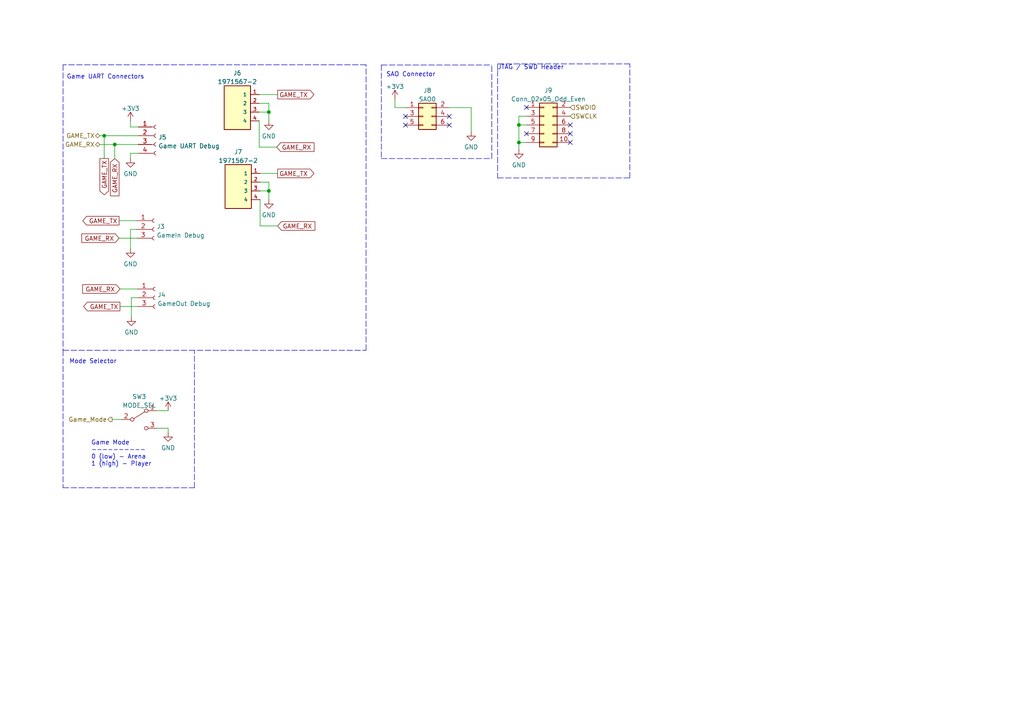
<source format=kicad_sch>
(kicad_sch (version 20211123) (generator eeschema)
  (paper "A4")
  (lib_symbols
    (symbol "Connector:Conn_01x03_Female" (pin_names (offset 1.016) hide)
      (property "Reference" "J" (at 0 5.08 0))
      (property "Value" "Conn_01x03_Female" (at 0 -5.08 0))
      (symbol "Conn_01x03_Female_1_1"
        (arc (start 0 -2.032) (mid -0.508 -2.54) (end 0 -3.048) (stroke (width 0.1524)))
        (polyline (pts (xy -1.27 -2.54) (xy -0.508 -2.54)) (stroke (width 0.1524)))
        (polyline (pts (xy -1.27 0) (xy -0.508 0)) (stroke (width 0.1524)))
        (polyline (pts (xy -1.27 2.54) (xy -0.508 2.54)) (stroke (width 0.1524)))
        (arc (start 0 0.508) (mid -0.508 0) (end 0 -0.508) (stroke (width 0.1524)))
        (arc (start 0 3.048) (mid -0.508 2.54) (end 0 2.032) (stroke (width 0.1524)))
        (pin passive line (at -5.08 2.54 0) (length 3.81) (name "Pin_1") (number "1"))
        (pin passive line (at -5.08 0 0) (length 3.81) (name "Pin_2") (number "2"))
        (pin passive line (at -5.08 -2.54 0) (length 3.81) (name "Pin_3") (number "3"))
      )
    )
    (symbol "Connector:Conn_01x04_Female" (pin_names (offset 1.016) hide)
      (property "Reference" "J" (at 0 5.08 0))
      (property "Value" "Conn_01x04_Female" (at 0 -7.62 0))
      (symbol "Conn_01x04_Female_1_1"
        (arc (start 0 -4.572) (mid -0.508 -5.08) (end 0 -5.588) (stroke (width 0.1524)))
        (arc (start 0 -2.032) (mid -0.508 -2.54) (end 0 -3.048) (stroke (width 0.1524)))
        (polyline (pts (xy -1.27 -5.08) (xy -0.508 -5.08)) (stroke (width 0.1524)))
        (polyline (pts (xy -1.27 -2.54) (xy -0.508 -2.54)) (stroke (width 0.1524)))
        (polyline (pts (xy -1.27 0) (xy -0.508 0)) (stroke (width 0.1524)))
        (polyline (pts (xy -1.27 2.54) (xy -0.508 2.54)) (stroke (width 0.1524)))
        (arc (start 0 0.508) (mid -0.508 0) (end 0 -0.508) (stroke (width 0.1524)))
        (arc (start 0 3.048) (mid -0.508 2.54) (end 0 2.032) (stroke (width 0.1524)))
        (pin passive line (at -5.08 2.54 0) (length 3.81) (name "Pin_1") (number "1"))
        (pin passive line (at -5.08 0 0) (length 3.81) (name "Pin_2") (number "2"))
        (pin passive line (at -5.08 -2.54 0) (length 3.81) (name "Pin_3") (number "3"))
        (pin passive line (at -5.08 -5.08 0) (length 3.81) (name "Pin_4") (number "4"))
      )
    )
    (symbol "Connector_Generic:Conn_02x03_Odd_Even" (pin_names (offset 1.016) hide)
      (property "Reference" "J" (at 1.27 5.08 0))
      (property "Value" "Conn_02x03_Odd_Even" (at 1.27 -5.08 0))
      (symbol "Conn_02x03_Odd_Even_1_1"
        (rectangle (start -1.27 -2.413) (end 0 -2.667) (stroke (width 0.1524)))
        (rectangle (start -1.27 0.127) (end 0 -0.127) (stroke (width 0.1524)))
        (rectangle (start -1.27 2.667) (end 0 2.413) (stroke (width 0.1524)))
        (rectangle (start -1.27 3.81) (end 3.81 -3.81) (stroke (width 0.254)) (fill (type background)))
        (rectangle (start 3.81 -2.413) (end 2.54 -2.667) (stroke (width 0.1524)))
        (rectangle (start 3.81 0.127) (end 2.54 -0.127) (stroke (width 0.1524)))
        (rectangle (start 3.81 2.667) (end 2.54 2.413) (stroke (width 0.1524)))
        (pin passive line (at -5.08 2.54 0) (length 3.81) (name "Pin_1") (number "1"))
        (pin passive line (at 7.62 2.54 180) (length 3.81) (name "Pin_2") (number "2"))
        (pin passive line (at -5.08 0 0) (length 3.81) (name "Pin_3") (number "3"))
        (pin passive line (at 7.62 0 180) (length 3.81) (name "Pin_4") (number "4"))
        (pin passive line (at -5.08 -2.54 0) (length 3.81) (name "Pin_5") (number "5"))
        (pin passive line (at 7.62 -2.54 180) (length 3.81) (name "Pin_6") (number "6"))
      )
    )
    (symbol "Connector_Generic:Conn_02x05_Odd_Even" (pin_names (offset 1.016) hide)
      (property "Reference" "J" (at 1.27 7.62 0))
      (property "Value" "Conn_02x05_Odd_Even" (at 1.27 -7.62 0))
      (symbol "Conn_02x05_Odd_Even_1_1"
        (rectangle (start -1.27 -4.953) (end 0 -5.207) (stroke (width 0.1524)))
        (rectangle (start -1.27 -2.413) (end 0 -2.667) (stroke (width 0.1524)))
        (rectangle (start -1.27 0.127) (end 0 -0.127) (stroke (width 0.1524)))
        (rectangle (start -1.27 2.667) (end 0 2.413) (stroke (width 0.1524)))
        (rectangle (start -1.27 5.207) (end 0 4.953) (stroke (width 0.1524)))
        (rectangle (start -1.27 6.35) (end 3.81 -6.35) (stroke (width 0.254)) (fill (type background)))
        (rectangle (start 3.81 -4.953) (end 2.54 -5.207) (stroke (width 0.1524)))
        (rectangle (start 3.81 -2.413) (end 2.54 -2.667) (stroke (width 0.1524)))
        (rectangle (start 3.81 0.127) (end 2.54 -0.127) (stroke (width 0.1524)))
        (rectangle (start 3.81 2.667) (end 2.54 2.413) (stroke (width 0.1524)))
        (rectangle (start 3.81 5.207) (end 2.54 4.953) (stroke (width 0.1524)))
        (pin passive line (at -5.08 5.08 0) (length 3.81) (name "Pin_1") (number "1"))
        (pin passive line (at 7.62 -5.08 180) (length 3.81) (name "Pin_10") (number "10"))
        (pin passive line (at 7.62 5.08 180) (length 3.81) (name "Pin_2") (number "2"))
        (pin passive line (at -5.08 2.54 0) (length 3.81) (name "Pin_3") (number "3"))
        (pin passive line (at 7.62 2.54 180) (length 3.81) (name "Pin_4") (number "4"))
        (pin passive line (at -5.08 0 0) (length 3.81) (name "Pin_5") (number "5"))
        (pin passive line (at 7.62 0 180) (length 3.81) (name "Pin_6") (number "6"))
        (pin passive line (at -5.08 -2.54 0) (length 3.81) (name "Pin_7") (number "7"))
        (pin passive line (at 7.62 -2.54 180) (length 3.81) (name "Pin_8") (number "8"))
        (pin passive line (at -5.08 -5.08 0) (length 3.81) (name "Pin_9") (number "9"))
      )
    )
    (symbol "Switch:SW_SPDT" (pin_names (offset 0) hide)
      (property "Reference" "SW" (at 0 4.318 0))
      (property "Value" "SW_SPDT" (at 0 -5.08 0))
      (symbol "SW_SPDT_0_0"
        (circle (center -2.032 0) (radius 0.508))
        (circle (center 2.032 -2.54) (radius 0.508))
      )
      (symbol "SW_SPDT_0_1"
        (polyline (pts (xy -1.524 0.254) (xy 1.651 2.286)))
        (circle (center 2.032 2.54) (radius 0.508))
      )
      (symbol "SW_SPDT_1_1"
        (pin passive line (at 5.08 2.54 180) (length 2.54) (name "A") (number "1"))
        (pin passive line (at -5.08 0 0) (length 2.54) (name "B") (number "2"))
        (pin passive line (at 5.08 -2.54 180) (length 2.54) (name "C") (number "3"))
      )
    )
    (symbol "badge_foo:1971567-2" (pin_names (offset 1.016))
      (property "Reference" "J" (at -7.62 5.08 0))
      (property "Value" "1971567-2" (at -7.62 -10.1854 0))
      (symbol "1971567-2_0_0"
        (rectangle (start -5.08 -7.62) (end 2.54 5.08) (stroke (width 0.254)) (fill (type background)))
        (pin passive line (at -7.62 2.54 0) (length 2.54) (name "1") (number "1"))
        (pin passive line (at -7.62 0 0) (length 2.54) (name "2") (number "2"))
        (pin passive line (at -7.62 -2.54 0) (length 2.54) (name "3") (number "3"))
        (pin passive line (at -7.62 -5.08 0) (length 2.54) (name "4") (number "4"))
      )
    )
    (symbol "power:+3.3V" (power) (pin_names (offset 0))
      (property "Value" "+3.3V" (at 0 3.556 0))
      (symbol "+3.3V_0_1"
        (polyline (pts (xy -0.762 1.27) (xy 0 2.54)))
        (polyline (pts (xy 0 0) (xy 0 2.54)))
        (polyline (pts (xy 0 2.54) (xy 0.762 1.27)))
      )
      (symbol "+3.3V_1_1"
        (pin power_in line (at 0 0 90) (length 0) hide (name "+3V3") (number "1"))
      )
    )
    (symbol "power:+3V3" (power) (pin_names (offset 0))
      (property "Value" "+3V3" (at 0 3.556 0))
      (symbol "+3V3_0_1"
        (polyline (pts (xy -0.762 1.27) (xy 0 2.54)))
        (polyline (pts (xy 0 0) (xy 0 2.54)))
        (polyline (pts (xy 0 2.54) (xy 0.762 1.27)))
      )
      (symbol "+3V3_1_1"
        (pin power_in line (at 0 0 90) (length 0) hide (name "+3V3") (number "1"))
      )
    )
    (symbol "power:GND" (power) (pin_names (offset 0))
      (property "Value" "GND" (at 0 -3.81 0))
      (symbol "GND_0_1"
        (polyline (pts (xy 0 0) (xy 0 -1.27) (xy 1.27 -1.27) (xy 0 -2.54) (xy -1.27 -1.27) (xy 0 -1.27)))
      )
      (symbol "GND_1_1"
        (pin power_in line (at 0 0 270) (length 0) hide (name "GND") (number "1"))
      )
    )
  )
  (junction (at 77.978 55.372))
  (junction (at 150.5021 41.3223))
  (junction (at 30.226 39.37))
  (junction (at 33.274 41.91))
  (junction (at 150.5021 36.2423))
  (junction (at 77.978 32.512))
  (no_connect (at 130.3063 33.754))
  (no_connect (at 152.6973 38.7823))
  (no_connect (at 165.3973 36.2423))
  (no_connect (at 117.6063 33.754))
  (no_connect (at 165.3973 41.3223))
  (no_connect (at 152.6973 31.1623))
  (no_connect (at 130.3063 36.294))
  (no_connect (at 117.6063 36.294))
  (no_connect (at 165.3973 38.7823))
  (wire (pts (xy 34.798 83.82) (xy 39.878 83.82)))
  (wire (pts (xy 38.1 91.948) (xy 38.1 86.36)))
  (wire (pts (xy 37.846 72.136) (xy 37.846 66.548)))
  (wire (pts (xy 34.544 69.088) (xy 39.624 69.088)))
  (wire (pts (xy 34.544 64.008) (xy 39.624 64.008)))
  (polyline (pts (xy 144.3382 18.5321) (xy 144.3382 20.496)))
  (wire (pts (xy 150.5021 33.7023) (xy 152.6973 33.7023)))
  (wire (pts (xy 48.768 125.476) (xy 48.768 124.206)))
  (polyline (pts (xy 56.388 141.478) (xy 56.388 101.6)))
  (wire (pts (xy 28.956 39.37) (xy 30.226 39.37)))
  (wire (pts (xy 30.226 39.37) (xy 30.226 45.974)))
  (wire (pts (xy 37.846 36.83) (xy 37.846 35.052)))
  (wire (pts (xy 114.554 31.214) (xy 117.6063 31.214)))
  (wire (pts (xy 77.978 32.512) (xy 75.184 32.512)))
  (wire (pts (xy 80.518 65.532) (xy 75.438 65.532)))
  (wire (pts (xy 37.846 45.974) (xy 37.846 44.45)))
  (wire (pts (xy 77.978 55.372) (xy 77.978 52.832)))
  (polyline (pts (xy 110.6086 45.9861) (xy 142.643 45.9861)))
  (polyline (pts (xy 18.288 101.6) (xy 18.288 141.478)))
  (wire (pts (xy 48.768 124.206) (xy 45.466 124.206)))
  (polyline (pts (xy 18.288 141.478) (xy 56.388 141.478)))
  (wire (pts (xy 114.554 28.702) (xy 114.554 31.214)))
  (wire (pts (xy 77.978 35.052) (xy 77.978 32.512)))
  (wire (pts (xy 38.1 86.36) (xy 39.878 86.36)))
  (wire (pts (xy 77.978 29.972) (xy 75.184 29.972)))
  (polyline (pts (xy 182.6785 18.5321) (xy 144.3382 18.5321)))
  (wire (pts (xy 150.5021 36.2423) (xy 150.5021 41.3223)))
  (polyline (pts (xy 142.643 45.9861) (xy 142.643 18.856)))
  (wire (pts (xy 150.5021 41.3223) (xy 150.5021 43.4244)))
  (wire (pts (xy 75.438 50.292) (xy 80.518 50.292)))
  (wire (pts (xy 152.6973 41.3223) (xy 150.5021 41.3223)))
  (wire (pts (xy 32.512 121.666) (xy 35.306 121.666)))
  (wire (pts (xy 150.5021 33.7023) (xy 150.5021 36.2423)))
  (wire (pts (xy 77.978 32.512) (xy 77.978 29.972)))
  (polyline (pts (xy 110.6086 18.8339) (xy 110.6086 45.9861)))
  (wire (pts (xy 75.438 55.372) (xy 77.978 55.372)))
  (wire (pts (xy 75.184 27.432) (xy 80.518 27.432)))
  (polyline (pts (xy 182.6785 51.6127) (xy 182.6785 18.5321)))
  (wire (pts (xy 37.846 66.548) (xy 39.624 66.548)))
  (polyline (pts (xy 144.3303 20.4284) (xy 144.3303 51.6127)))
  (wire (pts (xy 40.132 36.83) (xy 37.846 36.83)))
  (wire (pts (xy 37.846 44.45) (xy 40.132 44.45)))
  (polyline (pts (xy 18.288 101.6) (xy 106.172 101.6)))
  (wire (pts (xy 136.6673 31.214) (xy 136.6673 38.2037)))
  (polyline (pts (xy 106.172 101.6) (xy 106.172 18.796)))
  (wire (pts (xy 33.274 41.91) (xy 33.274 45.974)))
  (wire (pts (xy 77.978 52.832) (xy 75.438 52.832)))
  (wire (pts (xy 33.274 41.91) (xy 40.132 41.91)))
  (wire (pts (xy 75.438 65.532) (xy 75.438 57.912)))
  (polyline (pts (xy 106.172 18.796) (xy 18.288 18.796)))
  (polyline (pts (xy 18.288 18.796) (xy 18.288 101.6)))
  (polyline (pts (xy 110.6066 18.856) (xy 142.643 18.856)))
  (wire (pts (xy 80.264 42.672) (xy 75.184 42.672)))
  (wire (pts (xy 130.3063 31.214) (xy 136.6673 31.214)))
  (wire (pts (xy 34.798 88.9) (xy 39.878 88.9)))
  (wire (pts (xy 30.226 39.37) (xy 40.132 39.37)))
  (polyline (pts (xy 144.3303 51.6127) (xy 182.6785 51.6127)))
  (wire (pts (xy 75.184 42.672) (xy 75.184 35.052)))
  (wire (pts (xy 28.956 41.91) (xy 33.274 41.91)))
  (wire (pts (xy 77.978 57.912) (xy 77.978 55.372)))
  (wire (pts (xy 152.6973 36.2423) (xy 150.5021 36.2423)))
  (wire (pts (xy 45.466 119.126) (xy 48.768 119.126)))
  (text "Mode Selector" (at 20.066 105.664 0) (effects (font (size 1.27 1.27)) (justify left bottom)))
  (text "Game Mode\n----------\n0 (low) - Arena\n1 (high) - Player" (at 26.416 135.382 0) (effects (font (size 1.27 1.27)) (justify left bottom)))
  (text "SAO Connector" (at 112.0005 22.4337 0) (effects (font (size 1.27 1.27)) (justify left bottom)))
  (text "Game UART Connectors" (at 19.304 23.114 0) (effects (font (size 1.27 1.27)) (justify left bottom)))
  (text "JTAG / SWD Header" (at 144.3382 20.3804 0) (effects (font (size 1.27 1.27)) (justify left bottom)))
  (global_label "GAME_RX" (shape input) (at 80.518 65.532 0) (property "Intersheet References" "${INTERSHEET_REFS}" (effects hide)))
  (global_label "GAME_TX" (shape output) (at 34.798 88.9 180) (property "Intersheet References" "${INTERSHEET_REFS}" (effects hide)))
  (global_label "GAME_RX" (shape input) (at 34.544 69.088 180) (property "Intersheet References" "${INTERSHEET_REFS}" (effects hide)))
  (global_label "GAME_TX" (shape output) (at 34.544 64.008 180) (property "Intersheet References" "${INTERSHEET_REFS}" (effects hide)))
  (global_label "GAME_TX" (shape output) (at 80.518 27.432 0) (property "Intersheet References" "${INTERSHEET_REFS}" (effects hide)))
  (global_label "GAME_TX" (shape output) (at 30.226 45.974 270) (property "Intersheet References" "${INTERSHEET_REFS}" (effects hide)))
  (global_label "GAME_RX" (shape input) (at 80.264 42.672 0) (property "Intersheet References" "${INTERSHEET_REFS}" (effects hide)))
  (global_label "GAME_RX" (shape input) (at 33.274 45.974 270) (property "Intersheet References" "${INTERSHEET_REFS}" (effects hide)))
  (global_label "GAME_TX" (shape output) (at 80.518 50.292 0) (property "Intersheet References" "${INTERSHEET_REFS}" (effects hide)))
  (global_label "GAME_RX" (shape input) (at 34.798 83.82 180) (property "Intersheet References" "${INTERSHEET_REFS}" (effects hide)))
  (hierarchical_label "GAME_TX" (shape bidirectional) (at 28.956 39.37 180))
  (hierarchical_label "GAME_RX" (shape bidirectional) (at 28.956 41.91 180))
  (hierarchical_label "SWCLK" (shape input) (at 165.3973 33.7023 0))
  (hierarchical_label "Game_Mode" (shape output) (at 32.512 121.666 180))
  (hierarchical_label "SWDIO" (shape input) (at 165.3973 31.1623 0))
  (symbol (lib_id "power:GND") (at 77.978 35.052 0) (unit 1)
    (property "Reference" "#PWR0135" (effects hide))
    (property "Value" "GND" (at 77.978 39.4954 0))
  )
  (symbol (lib_id "Connector_Generic:Conn_02x03_Odd_Even") (at 122.6863 33.754 0) (unit 1)
    (property "Reference" "J8" (at 123.9563 26.2442 0))
    (property "Value" "SAO0" (at 123.9563 28.7811 0))
    (property "Footprint" "Connector_PinSocket_2.54mm:PinSocket_2x03_P2.54mm_Vertical" (effects hide))
  )
  (symbol (lib_id "Connector_Generic:Conn_02x05_Odd_Even") (at 157.7773 36.2423 0) (unit 1)
    (property "Reference" "J9" (at 159.0473 26.1925 0))
    (property "Value" "Conn_02x05_Odd_Even" (at 159.0473 28.7294 0))
    (property "Footprint" "Connector_PinHeader_1.00mm:PinHeader_2x05_P1.00mm_Vertical" (effects hide))
  )
  (symbol (lib_id "power:+3.3V") (at 114.554 28.702 0) (unit 1)
    (property "Reference" "#PWR0130" (effects hide))
    (property "Value" "+3.3V" (at 114.554 25.1262 0))
  )
  (symbol (lib_id "Connector:Conn_01x04_Female") (at 45.212 39.37 0) (unit 1)
    (property "Reference" "J5" (at 45.9232 39.8053 0) (effects (justify left)))
    (property "Value" "Game UART Debug" (at 45.9232 42.3422 0) (effects (justify left)))
    (property "Footprint" "Connector_PinHeader_2.54mm:PinHeader_1x04_P2.54mm_Vertical" (effects hide))
  )
  (symbol (lib_id "power:GND") (at 48.768 125.476 0) (unit 1)
    (property "Reference" "#PWR02" (effects hide))
    (property "Value" "GND" (at 48.768 129.9194 0))
  )
  (symbol (lib_id "power:+3.3V") (at 37.846 35.052 0) (unit 1)
    (property "Reference" "#PWR0134" (effects hide))
    (property "Value" "+3.3V" (at 37.846 31.4762 0))
  )
  (symbol (lib_id "power:+3V3") (at 48.768 119.126 0) (unit 1)
    (property "Reference" "#PWR01" (effects hide))
    (property "Value" "+3V3" (at 48.768 115.5502 0))
  )
  (symbol (lib_id "Connector:Conn_01x03_Female") (at 44.958 86.36 0) (unit 1)
    (property "Reference" "J4" (at 45.6692 85.5253 0) (effects (justify left)))
    (property "Value" "GameOut Debug" (at 45.6692 88.0622 0) (effects (justify left)))
    (property "Footprint" "Connector_PinHeader_2.54mm:PinHeader_1x03_P2.54mm_Vertical" (effects hide))
  )
  (symbol (lib_id "power:GND") (at 136.6673 38.2037 0) (unit 1)
    (property "Reference" "#PWR0131" (effects hide))
    (property "Value" "GND" (at 136.6673 42.6471 0))
  )
  (symbol (lib_id "power:GND") (at 77.978 57.912 0) (unit 1)
    (property "Reference" "#PWR0137" (effects hide))
    (property "Value" "GND" (at 77.978 62.3554 0))
  )
  (symbol (lib_id "power:GND") (at 38.1 91.948 0) (unit 1)
    (property "Reference" "#PWR0136" (effects hide))
    (property "Value" "GND" (at 38.1 96.3914 0))
  )
  (symbol (lib_id "Connector:Conn_01x03_Female") (at 44.704 66.548 0) (unit 1)
    (property "Reference" "J3" (at 45.4152 65.7133 0) (effects (justify left)))
    (property "Value" "GameIn Debug" (at 45.4152 68.2502 0) (effects (justify left)))
    (property "Footprint" "Connector_PinHeader_2.54mm:PinHeader_1x03_P2.54mm_Vertical" (effects hide))
  )
  (symbol (lib_id "badge_foo:1971567-2") (at 67.564 29.972 0) (mirror y) (unit 1)
    (property "Reference" "J6" (at 68.834 21.1922 0))
    (property "Value" "1971567-2" (at 68.834 23.7291 0))
    (property "Footprint" "TE_1971567-2" (effects hide))
    (property "DATASHEET" "http://www.te.com/commerce/DocumentDelivery/DDEController?Action=showdoc&DocId=Customer+Drawing%7F1971567%7FE%7Fpdf%7FEnglish%7FENG_CD_1971567_E.pdf%7F1971567-2" (effects hide))
    (property "PARTREV" "E" (effects hide))
    (property "STANDARD" "Manufacturer Recommendations" (effects hide))
    (property "MANUFACTURER" "TE CONNECTIVITY" (effects hide))
  )
  (symbol (lib_id "Switch:SW_SPDT") (at 40.386 121.666 0) (unit 1)
    (property "Reference" "SW3" (at 40.386 115.0452 0))
    (property "Value" "MODE_SEL" (at 40.386 117.5821 0))
    (property "Footprint" "Button_Switch_SMD:SW_SPDT_CK-JS102011SAQN" (effects hide))
  )
  (symbol (lib_id "power:GND") (at 37.846 45.974 0) (unit 1)
    (property "Reference" "#PWR0138" (effects hide))
    (property "Value" "GND" (at 37.846 50.4174 0))
  )
  (symbol (lib_id "power:GND") (at 150.5021 43.4244 0) (unit 1)
    (property "Reference" "#PWR0132" (effects hide))
    (property "Value" "GND" (at 150.5021 47.8678 0))
  )
  (symbol (lib_id "badge_foo:1971567-2") (at 67.818 52.832 0) (mirror y) (unit 1)
    (property "Reference" "J7" (at 69.088 44.0522 0))
    (property "Value" "1971567-2" (at 69.088 46.5891 0))
    (property "Footprint" "TE_1971567-2" (effects hide))
    (property "DATASHEET" "http://www.te.com/commerce/DocumentDelivery/DDEController?Action=showdoc&DocId=Customer+Drawing%7F1971567%7FE%7Fpdf%7FEnglish%7FENG_CD_1971567_E.pdf%7F1971567-2" (effects hide))
    (property "PARTREV" "E" (effects hide))
    (property "STANDARD" "Manufacturer Recommendations" (effects hide))
    (property "MANUFACTURER" "TE CONNECTIVITY" (effects hide))
  )
  (symbol (lib_id "power:GND") (at 37.846 72.136 0) (unit 1)
    (property "Reference" "#PWR0133" (effects hide))
    (property "Value" "GND" (at 37.846 76.5794 0))
  )
)
</source>
